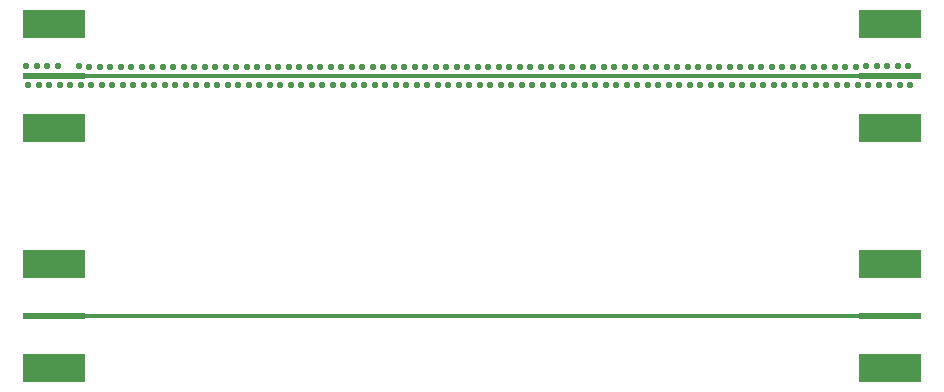
<source format=gts>
G04*
G04 #@! TF.GenerationSoftware,Altium Limited,Altium Designer,19.1.7 (138)*
G04*
G04 Layer_Color=8388736*
%FSLAX25Y25*%
%MOIN*%
G70*
G01*
G75*
%ADD15C,0.01300*%
%ADD16R,0.20800X0.09800*%
%ADD17R,0.20800X0.02400*%
%ADD18C,0.02300*%
D15*
X9500Y40000D02*
X279500D01*
X19000Y120000D02*
X288000D01*
D16*
X10600Y22600D02*
D03*
Y57400D02*
D03*
Y102600D02*
D03*
Y137400D02*
D03*
X289400D02*
D03*
Y102600D02*
D03*
Y57400D02*
D03*
Y22600D02*
D03*
D17*
X10600Y40000D02*
D03*
Y120000D02*
D03*
X289400D02*
D03*
Y40000D02*
D03*
D18*
X282067Y116906D02*
D03*
X114070Y117056D02*
D03*
X155509Y122944D02*
D03*
X152570Y117056D02*
D03*
X89009Y122944D02*
D03*
X183510D02*
D03*
X145571Y117056D02*
D03*
X26010Y122944D02*
D03*
X264570Y117056D02*
D03*
X8513Y123094D02*
D03*
X64509Y122944D02*
D03*
X208010D02*
D03*
X68010D02*
D03*
X29509D02*
D03*
X57509D02*
D03*
X166009D02*
D03*
X100071Y117056D02*
D03*
X128070D02*
D03*
X225510Y122944D02*
D03*
X12574Y116906D02*
D03*
X159571Y117056D02*
D03*
X170071D02*
D03*
X99510Y122944D02*
D03*
X253509D02*
D03*
X215009D02*
D03*
X208571Y117056D02*
D03*
X281506Y123094D02*
D03*
X190509Y122944D02*
D03*
X22510D02*
D03*
X191070Y117056D02*
D03*
X247071D02*
D03*
X5574Y116906D02*
D03*
X149071Y117056D02*
D03*
X218510Y122944D02*
D03*
X78509D02*
D03*
X51070Y117056D02*
D03*
X82570D02*
D03*
X138570D02*
D03*
X261070D02*
D03*
X264009Y122944D02*
D03*
X19013Y123094D02*
D03*
X96009Y122944D02*
D03*
X194009D02*
D03*
X267510D02*
D03*
X134510D02*
D03*
X19574Y116906D02*
D03*
X40571Y117056D02*
D03*
X232509Y122944D02*
D03*
X72070Y117056D02*
D03*
X121071D02*
D03*
X2074Y116906D02*
D03*
X131009Y122944D02*
D03*
X197510D02*
D03*
X79071Y117056D02*
D03*
X65070D02*
D03*
X142070D02*
D03*
X103009Y122944D02*
D03*
X75010D02*
D03*
X33009D02*
D03*
X177070Y117056D02*
D03*
X68571D02*
D03*
X184071D02*
D03*
X257010Y122944D02*
D03*
X292567Y116906D02*
D03*
X50510Y122944D02*
D03*
X145010D02*
D03*
X120510D02*
D03*
X274510D02*
D03*
X236571Y117056D02*
D03*
X163070D02*
D03*
X159010Y122944D02*
D03*
X12013Y123094D02*
D03*
X135071Y117056D02*
D03*
X194571D02*
D03*
X96570D02*
D03*
X229010Y122944D02*
D03*
X180570Y117056D02*
D03*
X187571D02*
D03*
X30070D02*
D03*
X246510Y122944D02*
D03*
X173010D02*
D03*
X106509D02*
D03*
X124571Y117056D02*
D03*
X110010Y122944D02*
D03*
X5013Y123094D02*
D03*
X239510Y122944D02*
D03*
X37071Y117056D02*
D03*
X54571D02*
D03*
X285567Y116906D02*
D03*
X222570Y117056D02*
D03*
X92510Y122944D02*
D03*
X250009D02*
D03*
X226070Y117056D02*
D03*
X176509Y122944D02*
D03*
X295506Y123094D02*
D03*
X36509Y122944D02*
D03*
X1513Y123094D02*
D03*
X61571Y117056D02*
D03*
X292006Y123094D02*
D03*
X201009Y122944D02*
D03*
X271570Y117056D02*
D03*
X33571D02*
D03*
X212070D02*
D03*
X211509Y122944D02*
D03*
X243009D02*
D03*
X89570Y117056D02*
D03*
X162510Y122944D02*
D03*
X278571Y117056D02*
D03*
X268071D02*
D03*
X47010Y122944D02*
D03*
X236010D02*
D03*
X86071Y117056D02*
D03*
X205070D02*
D03*
X219071D02*
D03*
X233070D02*
D03*
X152009Y122944D02*
D03*
X40009D02*
D03*
X117570Y117056D02*
D03*
X138010Y122944D02*
D03*
X180009D02*
D03*
X285006Y123094D02*
D03*
X44071Y117056D02*
D03*
X26570D02*
D03*
X131570D02*
D03*
X127509Y122944D02*
D03*
X271009D02*
D03*
X240071Y117056D02*
D03*
X289067Y116906D02*
D03*
X117009Y122944D02*
D03*
X71509D02*
D03*
X201571Y117056D02*
D03*
X222009Y122944D02*
D03*
X9074Y116906D02*
D03*
X113510Y122944D02*
D03*
X58070Y117056D02*
D03*
X288506Y123094D02*
D03*
X16074Y116906D02*
D03*
X260509Y122944D02*
D03*
X204509D02*
D03*
X141509D02*
D03*
X85510D02*
D03*
X173571Y117056D02*
D03*
X215570D02*
D03*
X166570D02*
D03*
X250571D02*
D03*
X257571D02*
D03*
X107071D02*
D03*
X296067Y116906D02*
D03*
X198071Y117056D02*
D03*
X43510Y122944D02*
D03*
X169509D02*
D03*
X93071Y117056D02*
D03*
X243570D02*
D03*
X61010Y122944D02*
D03*
X54009D02*
D03*
X47570Y117056D02*
D03*
X124010Y122944D02*
D03*
X156070Y117056D02*
D03*
X229571D02*
D03*
X278010Y122944D02*
D03*
X148510D02*
D03*
X103570Y117056D02*
D03*
X187010Y122944D02*
D03*
X75570Y117056D02*
D03*
X254070D02*
D03*
X82010Y122944D02*
D03*
X275071Y117056D02*
D03*
X110571D02*
D03*
X23070D02*
D03*
M02*

</source>
